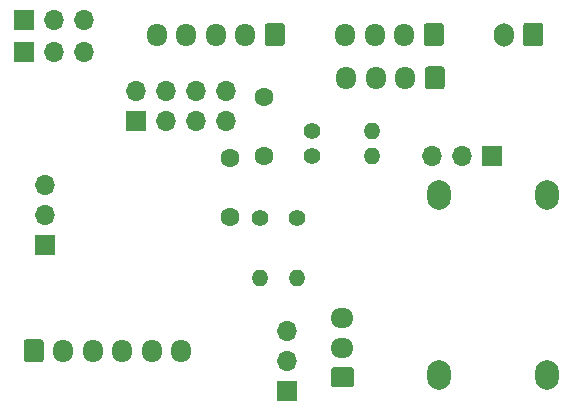
<source format=gbl>
G04 #@! TF.GenerationSoftware,KiCad,Pcbnew,8.0.4-8.0.4-0~ubuntu24.04.1*
G04 #@! TF.CreationDate,2024-08-10T19:39:54+03:00*
G04 #@! TF.ProjectId,stripe_board,73747269-7065-45f6-926f-6172642e6b69,rev?*
G04 #@! TF.SameCoordinates,Original*
G04 #@! TF.FileFunction,Copper,L2,Bot*
G04 #@! TF.FilePolarity,Positive*
%FSLAX46Y46*%
G04 Gerber Fmt 4.6, Leading zero omitted, Abs format (unit mm)*
G04 Created by KiCad (PCBNEW 8.0.4-8.0.4-0~ubuntu24.04.1) date 2024-08-10 19:39:54*
%MOMM*%
%LPD*%
G01*
G04 APERTURE LIST*
G04 #@! TA.AperFunction,ComponentPad*
%ADD10R,1.700000X1.700000*%
G04 #@! TD*
G04 #@! TA.AperFunction,ComponentPad*
%ADD11O,1.700000X1.700000*%
G04 #@! TD*
G04 #@! TA.AperFunction,ComponentPad*
%ADD12O,1.700000X2.000000*%
G04 #@! TD*
G04 #@! TA.AperFunction,ComponentPad*
%ADD13O,1.700000X1.950000*%
G04 #@! TD*
G04 #@! TA.AperFunction,ComponentPad*
%ADD14C,1.400000*%
G04 #@! TD*
G04 #@! TA.AperFunction,ComponentPad*
%ADD15O,1.400000X1.400000*%
G04 #@! TD*
G04 #@! TA.AperFunction,ComponentPad*
%ADD16O,1.950000X1.700000*%
G04 #@! TD*
G04 #@! TA.AperFunction,ComponentPad*
%ADD17C,1.600000*%
G04 #@! TD*
G04 #@! TA.AperFunction,ComponentPad*
%ADD18O,2.000000X2.500000*%
G04 #@! TD*
G04 APERTURE END LIST*
D10*
G04 #@! TO.P,J20,1,Pin_1*
G04 #@! TO.N,PWM1*
X10927398Y-11540000D03*
D11*
G04 #@! TO.P,J20,2,Pin_2*
G04 #@! TO.N,PWM2*
X10927398Y-9000000D03*
G04 #@! TO.P,J20,3,Pin_3*
G04 #@! TO.N,5V*
X13467398Y-11540000D03*
G04 #@! TO.P,J20,4,Pin_4*
X13467398Y-9000000D03*
G04 #@! TO.P,J20,5,Pin_5*
G04 #@! TO.N,CUR_IN*
X16007398Y-11540000D03*
G04 #@! TO.P,J20,6,Pin_6*
X16007398Y-9000000D03*
G04 #@! TO.P,J20,7,Pin_7*
G04 #@! TO.N,5V*
X18547398Y-11540000D03*
G04 #@! TO.P,J20,8,Pin_8*
G04 #@! TO.N,GND*
X18547398Y-9000000D03*
G04 #@! TD*
D10*
G04 #@! TO.P,Srv5,1,GND*
G04 #@! TO.N,GND*
X1475000Y-5643272D03*
D11*
G04 #@! TO.P,Srv5,2,5v*
G04 #@! TO.N,5V*
X4015000Y-5643272D03*
G04 #@! TO.P,Srv5,3,PWM*
G04 #@! TO.N,/PC7*
X6555000Y-5643272D03*
G04 #@! TD*
G04 #@! TO.P,J2,1,Pin_1*
G04 #@! TO.N,GND*
G04 #@! TA.AperFunction,ComponentPad*
G36*
G01*
X45398744Y-3450642D02*
X45398744Y-4950642D01*
G75*
G02*
X45148744Y-5200642I-250000J0D01*
G01*
X43948744Y-5200642D01*
G75*
G02*
X43698744Y-4950642I0J250000D01*
G01*
X43698744Y-3450642D01*
G75*
G02*
X43948744Y-3200642I250000J0D01*
G01*
X45148744Y-3200642D01*
G75*
G02*
X45398744Y-3450642I0J-250000D01*
G01*
G37*
G04 #@! TD.AperFunction*
D12*
G04 #@! TO.P,J2,2,Pin_2*
G04 #@! TO.N,RC_IN*
X42048744Y-4200642D03*
G04 #@! TD*
G04 #@! TO.P,J1,1,Pin_1*
G04 #@! TO.N,GND*
G04 #@! TA.AperFunction,ComponentPad*
G36*
G01*
X1417066Y-31697759D02*
X1417066Y-30247759D01*
G75*
G02*
X1667066Y-29997759I250000J0D01*
G01*
X2867066Y-29997759D01*
G75*
G02*
X3117066Y-30247759I0J-250000D01*
G01*
X3117066Y-31697759D01*
G75*
G02*
X2867066Y-31947759I-250000J0D01*
G01*
X1667066Y-31947759D01*
G75*
G02*
X1417066Y-31697759I0J250000D01*
G01*
G37*
G04 #@! TD.AperFunction*
D13*
G04 #@! TO.P,J1,2,Pin_2*
G04 #@! TO.N,5V*
X4767066Y-30972759D03*
G04 #@! TO.P,J1,3,Pin_3*
G04 #@! TO.N,/PD4*
X7267066Y-30972759D03*
G04 #@! TO.P,J1,4,Pin_4*
G04 #@! TO.N,/PD5*
X9767066Y-30972759D03*
G04 #@! TO.P,J1,5,Pin_5*
G04 #@! TO.N,/PD6*
X12267066Y-30972759D03*
G04 #@! TO.P,J1,6,Pin_6*
G04 #@! TO.N,/PD7*
X14767066Y-30972759D03*
G04 #@! TD*
D14*
G04 #@! TO.P,C2,1*
G04 #@! TO.N,GND*
X24541068Y-19690919D03*
D15*
G04 #@! TO.P,C2,2*
G04 #@! TO.N,5V*
X24541068Y-24770919D03*
G04 #@! TD*
D14*
G04 #@! TO.P,R1,1*
G04 #@! TO.N,5V*
X25827398Y-14515000D03*
D15*
G04 #@! TO.P,R1,2*
G04 #@! TO.N,SCL*
X30907398Y-14515000D03*
G04 #@! TD*
D14*
G04 #@! TO.P,R2,1*
G04 #@! TO.N,5V*
X25829794Y-12376450D03*
D15*
G04 #@! TO.P,R2,2*
G04 #@! TO.N,SDA*
X30909794Y-12376450D03*
G04 #@! TD*
D10*
G04 #@! TO.P,J16,1,Pin_1*
G04 #@! TO.N,GND*
X3227398Y-22015000D03*
D11*
G04 #@! TO.P,J16,2,Pin_2*
G04 #@! TO.N,5V*
X3227398Y-19475000D03*
G04 #@! TO.P,J16,3,Pin_3*
G04 #@! TO.N,SWIO*
X3227398Y-16935000D03*
G04 #@! TD*
G04 #@! TO.P,I2C_2,1,Pin_1*
G04 #@! TO.N,GND*
G04 #@! TA.AperFunction,ComponentPad*
G36*
G01*
X36985031Y-3473659D02*
X36985031Y-4923659D01*
G75*
G02*
X36735031Y-5173659I-250000J0D01*
G01*
X35535031Y-5173659D01*
G75*
G02*
X35285031Y-4923659I0J250000D01*
G01*
X35285031Y-3473659D01*
G75*
G02*
X35535031Y-3223659I250000J0D01*
G01*
X36735031Y-3223659D01*
G75*
G02*
X36985031Y-3473659I0J-250000D01*
G01*
G37*
G04 #@! TD.AperFunction*
D13*
G04 #@! TO.P,I2C_2,2,Pin_2*
G04 #@! TO.N,SCL*
X33635031Y-4198659D03*
G04 #@! TO.P,I2C_2,3,Pin_3*
G04 #@! TO.N,SDA*
X31135031Y-4198659D03*
G04 #@! TO.P,I2C_2,4,Pin_4*
G04 #@! TO.N,5V*
X28635031Y-4198659D03*
G04 #@! TD*
G04 #@! TO.P,Srv8,1,GND*
G04 #@! TO.N,GND*
G04 #@! TA.AperFunction,ComponentPad*
G36*
G01*
X29135469Y-34061030D02*
X27685469Y-34061030D01*
G75*
G02*
X27435469Y-33811030I0J250000D01*
G01*
X27435469Y-32611030D01*
G75*
G02*
X27685469Y-32361030I250000J0D01*
G01*
X29135469Y-32361030D01*
G75*
G02*
X29385469Y-32611030I0J-250000D01*
G01*
X29385469Y-33811030D01*
G75*
G02*
X29135469Y-34061030I-250000J0D01*
G01*
G37*
G04 #@! TD.AperFunction*
D16*
G04 #@! TO.P,Srv8,2,5v*
G04 #@! TO.N,5V*
X28410469Y-30711030D03*
G04 #@! TO.P,Srv8,3,PWM*
G04 #@! TO.N,POS_IN*
X28410469Y-28211030D03*
G04 #@! TD*
D14*
G04 #@! TO.P,C3,1*
G04 #@! TO.N,GND*
X21391068Y-19690919D03*
D15*
G04 #@! TO.P,C3,2*
G04 #@! TO.N,5V*
X21391068Y-24770919D03*
G04 #@! TD*
D17*
G04 #@! TO.P,R3,1*
G04 #@! TO.N,CUR_IN*
X18850514Y-14667908D03*
G04 #@! TO.P,R3,2*
G04 #@! TO.N,/PA1*
X18850514Y-19667908D03*
G04 #@! TD*
G04 #@! TO.P,J8,1,Pin_1*
G04 #@! TO.N,GND*
G04 #@! TA.AperFunction,ComponentPad*
G36*
G01*
X23523002Y-3471999D02*
X23523002Y-4921999D01*
G75*
G02*
X23273002Y-5171999I-250000J0D01*
G01*
X22073002Y-5171999D01*
G75*
G02*
X21823002Y-4921999I0J250000D01*
G01*
X21823002Y-3471999D01*
G75*
G02*
X22073002Y-3221999I250000J0D01*
G01*
X23273002Y-3221999D01*
G75*
G02*
X23523002Y-3471999I0J-250000D01*
G01*
G37*
G04 #@! TD.AperFunction*
D13*
G04 #@! TO.P,J8,2,Pin_2*
G04 #@! TO.N,CUR_IN*
X20173002Y-4196999D03*
G04 #@! TO.P,J8,3,Pin_3*
G04 #@! TO.N,5V*
X17673002Y-4196999D03*
G04 #@! TO.P,J8,4,Pin_4*
G04 #@! TO.N,PWM2*
X15173002Y-4196999D03*
G04 #@! TO.P,J8,5,Pin_5*
G04 #@! TO.N,PWM1*
X12673002Y-4196999D03*
G04 #@! TD*
D17*
G04 #@! TO.P,C4,1*
G04 #@! TO.N,CUR_IN*
X21727398Y-14515000D03*
G04 #@! TO.P,C4,2*
G04 #@! TO.N,GND*
X21727398Y-9515000D03*
G04 #@! TD*
D10*
G04 #@! TO.P,Srv7,1,GND*
G04 #@! TO.N,GND*
X23727398Y-34390000D03*
D11*
G04 #@! TO.P,Srv7,2,5v*
G04 #@! TO.N,5V*
X23727398Y-31850000D03*
G04 #@! TO.P,Srv7,3,PWM*
G04 #@! TO.N,/PA1*
X23727398Y-29310000D03*
G04 #@! TD*
D10*
G04 #@! TO.P,Srv6,1,GND*
G04 #@! TO.N,GND*
X1475000Y-2946060D03*
D11*
G04 #@! TO.P,Srv6,2,5v*
G04 #@! TO.N,5V*
X4015000Y-2946060D03*
G04 #@! TO.P,Srv6,3,PWM*
G04 #@! TO.N,/PC6*
X6555000Y-2946060D03*
G04 #@! TD*
G04 #@! TO.P,I2C_1,1,Pin_1*
G04 #@! TO.N,GND*
G04 #@! TA.AperFunction,ComponentPad*
G36*
G01*
X37077398Y-7147980D02*
X37077398Y-8597980D01*
G75*
G02*
X36827398Y-8847980I-250000J0D01*
G01*
X35627398Y-8847980D01*
G75*
G02*
X35377398Y-8597980I0J250000D01*
G01*
X35377398Y-7147980D01*
G75*
G02*
X35627398Y-6897980I250000J0D01*
G01*
X36827398Y-6897980D01*
G75*
G02*
X37077398Y-7147980I0J-250000D01*
G01*
G37*
G04 #@! TD.AperFunction*
D13*
G04 #@! TO.P,I2C_1,2,Pin_2*
G04 #@! TO.N,SCL*
X33727398Y-7872980D03*
G04 #@! TO.P,I2C_1,3,Pin_3*
G04 #@! TO.N,SDA*
X31227398Y-7872980D03*
G04 #@! TO.P,I2C_1,4,Pin_4*
G04 #@! TO.N,5V*
X28727398Y-7872980D03*
G04 #@! TD*
D10*
G04 #@! TO.P,Srv1,1,GND*
G04 #@! TO.N,GND*
X41077398Y-14515000D03*
D11*
G04 #@! TO.P,Srv1,2,5v*
G04 #@! TO.N,5V*
X38537398Y-14515000D03*
G04 #@! TO.P,Srv1,3,PWM*
G04 #@! TO.N,RC_IN*
X35997398Y-14515000D03*
G04 #@! TD*
D18*
G04 #@! TO.P,Mini360,1,IN-*
G04 #@! TO.N,GND*
X45717398Y-32990000D03*
G04 #@! TO.P,Mini360,2,IN+*
G04 #@! TO.N,IN*
X36577398Y-32990000D03*
G04 #@! TO.P,Mini360,3,OUT-*
G04 #@! TO.N,GND*
X45717398Y-17750000D03*
G04 #@! TO.P,Mini360,4,OUT+*
G04 #@! TO.N,5V*
X36577398Y-17750000D03*
G04 #@! TD*
M02*

</source>
